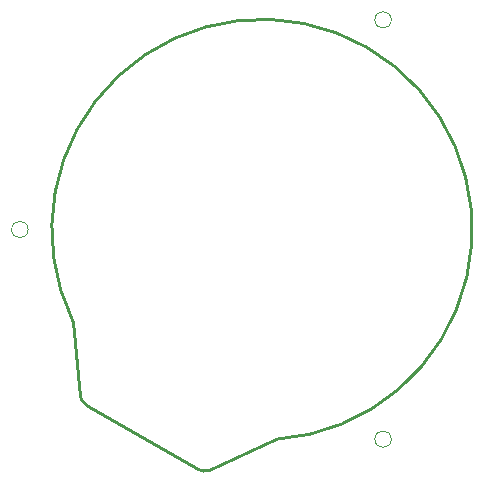
<source format=gto>
G04*
G04 #@! TF.GenerationSoftware,Altium Limited,Altium Designer,20.1.14 (287)*
G04*
G04 Layer_Color=65535*
%FSLAX25Y25*%
%MOIN*%
G70*
G04*
G04 #@! TF.SameCoordinates,B8DE9612-172B-4E27-A0E0-44EA1AA92255*
G04*
G04*
G04 #@! TF.FilePolarity,Positive*
G04*
G01*
G75*
%ADD10C,0.01000*%
%ADD11C,0.00039*%
D10*
X-60611Y-55337D02*
G03*
X-58623Y-58438I3994J374D01*
G01*
X-21299Y-79987D02*
G03*
X-17619Y-80159I2006J3474D01*
G01*
X4686Y-69920D02*
G03*
X-62897Y-30901I-4686J69922D01*
G01*
X-17619Y-80159D02*
X4686Y-69920D01*
X-62897Y-30901D02*
X-60611Y-55337D01*
X-58623Y-58438D02*
X-21299Y-79987D01*
D11*
X-77953Y0D02*
G03*
X-77953Y0I-2756J0D01*
G01*
X43110Y69896D02*
G03*
X43110Y69896I-2756J0D01*
G01*
Y-69896D02*
G03*
X43110Y-69896I-2756J0D01*
G01*
M02*

</source>
